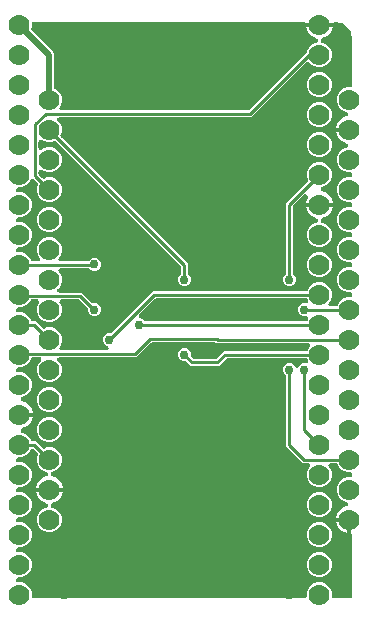
<source format=gbr>
G04 EAGLE Gerber RS-274X export*
G75*
%MOMM*%
%FSLAX34Y34*%
%LPD*%
%INTop Copper*%
%IPPOS*%
%AMOC8*
5,1,8,0,0,1.08239X$1,22.5*%
G01*
G04 Define Apertures*
%ADD10C,1.778000*%
%ADD11C,0.756400*%
%ADD12C,0.508000*%
%ADD13C,0.254000*%
G36*
X87074Y219871D02*
X86282Y219710D01*
X48731Y219710D01*
X48013Y219841D01*
X47329Y220271D01*
X46866Y220935D01*
X46699Y221726D01*
X46853Y222520D01*
X48514Y226529D01*
X48514Y230672D01*
X46929Y234499D01*
X43999Y237429D01*
X40172Y239014D01*
X36029Y239014D01*
X34178Y238247D01*
X33433Y238093D01*
X32638Y238241D01*
X31963Y238688D01*
X26557Y244094D01*
X24172Y244094D01*
X23425Y244237D01*
X22747Y244678D01*
X22295Y245348D01*
X21529Y247199D01*
X18599Y250129D01*
X14772Y251714D01*
X12192Y251714D01*
X11460Y251851D01*
X10778Y252286D01*
X10321Y252953D01*
X10160Y253746D01*
X10160Y254254D01*
X10297Y254987D01*
X10732Y255668D01*
X11399Y256125D01*
X12192Y256286D01*
X14772Y256286D01*
X18599Y257871D01*
X21529Y260801D01*
X21874Y261636D01*
X22292Y262272D01*
X22959Y262729D01*
X23752Y262890D01*
X27469Y262890D01*
X28187Y262759D01*
X28871Y262329D01*
X29334Y261665D01*
X29501Y260874D01*
X29347Y260080D01*
X27686Y256071D01*
X27686Y251929D01*
X29271Y248101D01*
X32201Y245171D01*
X36029Y243586D01*
X40172Y243586D01*
X43999Y245171D01*
X46929Y248101D01*
X48514Y251929D01*
X48514Y256071D01*
X46853Y260080D01*
X46700Y260793D01*
X46835Y261591D01*
X47271Y262272D01*
X47938Y262729D01*
X48731Y262890D01*
X62517Y262890D01*
X63280Y262741D01*
X63954Y262295D01*
X70299Y255950D01*
X70733Y255306D01*
X70894Y254513D01*
X70894Y252945D01*
X71702Y250994D01*
X73194Y249502D01*
X75145Y248694D01*
X77255Y248694D01*
X79206Y249502D01*
X80698Y250994D01*
X81506Y252945D01*
X81506Y255055D01*
X80698Y257006D01*
X79206Y258498D01*
X77255Y259306D01*
X75687Y259306D01*
X74924Y259455D01*
X74250Y259901D01*
X65673Y268478D01*
X46811Y268478D01*
X46109Y268603D01*
X45421Y269028D01*
X44953Y269688D01*
X44780Y270478D01*
X44928Y271273D01*
X45374Y271947D01*
X46929Y273501D01*
X48514Y277329D01*
X48514Y281472D01*
X46929Y285299D01*
X46390Y285837D01*
X45982Y286422D01*
X45796Y287209D01*
X45932Y288007D01*
X46368Y288688D01*
X47035Y289145D01*
X47827Y289306D01*
X70875Y289306D01*
X71637Y289157D01*
X72311Y288711D01*
X73194Y287828D01*
X75145Y287020D01*
X77255Y287020D01*
X79206Y287828D01*
X80698Y289320D01*
X81506Y291271D01*
X81506Y293381D01*
X80698Y295332D01*
X79206Y296824D01*
X77255Y297632D01*
X75145Y297632D01*
X73194Y296824D01*
X71859Y295489D01*
X71215Y295055D01*
X70423Y294894D01*
X47827Y294894D01*
X47125Y295019D01*
X46437Y295444D01*
X45969Y296104D01*
X45796Y296894D01*
X45944Y297689D01*
X46390Y298363D01*
X46929Y298901D01*
X48514Y302729D01*
X48514Y306872D01*
X46929Y310699D01*
X43999Y313629D01*
X40172Y315214D01*
X36029Y315214D01*
X32201Y313629D01*
X29271Y310699D01*
X27686Y306872D01*
X27686Y302729D01*
X29271Y298901D01*
X29810Y298363D01*
X30218Y297778D01*
X30404Y296991D01*
X30268Y296194D01*
X29832Y295512D01*
X29165Y295055D01*
X28373Y294894D01*
X24172Y294894D01*
X23425Y295037D01*
X22747Y295478D01*
X22295Y296148D01*
X21529Y297999D01*
X18599Y300929D01*
X14772Y302514D01*
X12192Y302514D01*
X11460Y302651D01*
X10778Y303086D01*
X10321Y303753D01*
X10160Y304546D01*
X10160Y305054D01*
X10297Y305787D01*
X10732Y306468D01*
X11399Y306925D01*
X12192Y307086D01*
X14772Y307086D01*
X18599Y308671D01*
X21529Y311601D01*
X23114Y315429D01*
X23114Y319572D01*
X21529Y323399D01*
X18599Y326329D01*
X14772Y327914D01*
X12192Y327914D01*
X11460Y328051D01*
X10778Y328486D01*
X10321Y329153D01*
X10160Y329946D01*
X10160Y330454D01*
X10297Y331187D01*
X10732Y331868D01*
X11399Y332325D01*
X12192Y332486D01*
X14772Y332486D01*
X18599Y334071D01*
X21529Y337001D01*
X23114Y340829D01*
X23114Y344972D01*
X21529Y348799D01*
X18599Y351729D01*
X14772Y353314D01*
X12192Y353314D01*
X11460Y353451D01*
X10778Y353886D01*
X10321Y354553D01*
X10160Y355346D01*
X10160Y355854D01*
X10297Y356587D01*
X10732Y357268D01*
X11399Y357725D01*
X12192Y357886D01*
X14772Y357886D01*
X18599Y359471D01*
X21529Y362401D01*
X22069Y363706D01*
X22465Y364319D01*
X23124Y364787D01*
X23914Y364960D01*
X24709Y364812D01*
X25383Y364365D01*
X28012Y361737D01*
X28440Y361107D01*
X28607Y360316D01*
X28453Y359522D01*
X27686Y357671D01*
X27686Y353529D01*
X29271Y349701D01*
X32201Y346771D01*
X36029Y345186D01*
X40172Y345186D01*
X43999Y346771D01*
X46929Y349701D01*
X48514Y353529D01*
X48514Y357672D01*
X46929Y361499D01*
X43999Y364429D01*
X40172Y366014D01*
X36029Y366014D01*
X34178Y365247D01*
X33433Y365093D01*
X32638Y365241D01*
X31963Y365688D01*
X29551Y368100D01*
X29117Y368744D01*
X28956Y369537D01*
X28956Y370511D01*
X29081Y371213D01*
X29506Y371901D01*
X30166Y372369D01*
X30956Y372542D01*
X31751Y372394D01*
X31897Y372298D01*
X36029Y370586D01*
X40172Y370586D01*
X43999Y372171D01*
X46929Y375101D01*
X48514Y378929D01*
X48514Y383072D01*
X46929Y386899D01*
X43999Y389829D01*
X40172Y391414D01*
X36029Y391414D01*
X31962Y389730D01*
X31840Y389644D01*
X31053Y389458D01*
X30256Y389594D01*
X29574Y390030D01*
X29117Y390697D01*
X28956Y391489D01*
X28956Y395911D01*
X29081Y396613D01*
X29506Y397301D01*
X30166Y397769D01*
X30956Y397942D01*
X31751Y397794D01*
X31897Y397698D01*
X36029Y395986D01*
X40171Y395986D01*
X42022Y396753D01*
X42767Y396907D01*
X43562Y396759D01*
X44237Y396312D01*
X149011Y291538D01*
X149445Y290894D01*
X149606Y290101D01*
X149606Y284952D01*
X149457Y284189D01*
X149011Y283515D01*
X147902Y282406D01*
X147094Y280455D01*
X147094Y278345D01*
X147902Y276394D01*
X149394Y274902D01*
X151345Y274094D01*
X153455Y274094D01*
X155406Y274902D01*
X156898Y276394D01*
X157706Y278345D01*
X157706Y280455D01*
X156898Y282406D01*
X155789Y283515D01*
X155355Y284159D01*
X155194Y284952D01*
X155194Y293257D01*
X48188Y400263D01*
X47760Y400893D01*
X47593Y401684D01*
X47747Y402478D01*
X48514Y404329D01*
X48514Y408472D01*
X46929Y412299D01*
X45374Y413853D01*
X44966Y414438D01*
X44780Y415225D01*
X44916Y416023D01*
X45352Y416704D01*
X46019Y417161D01*
X46811Y417322D01*
X209197Y417322D01*
X255437Y463562D01*
X256051Y463983D01*
X256841Y464157D01*
X257636Y464008D01*
X258311Y463562D01*
X260801Y461071D01*
X264629Y459486D01*
X268772Y459486D01*
X272599Y461071D01*
X275529Y464001D01*
X277114Y467829D01*
X277114Y471972D01*
X275529Y475799D01*
X272599Y478729D01*
X269112Y480173D01*
X268511Y480557D01*
X268038Y481213D01*
X267859Y482002D01*
X268000Y482798D01*
X268442Y483476D01*
X269112Y483927D01*
X273175Y485610D01*
X276390Y488825D01*
X278130Y493026D01*
X278130Y493776D01*
X255270Y493776D01*
X255270Y493026D01*
X257010Y488825D01*
X260225Y485610D01*
X264288Y483927D01*
X264889Y483543D01*
X265362Y482887D01*
X265542Y482099D01*
X265400Y481303D01*
X264958Y480625D01*
X264288Y480173D01*
X260801Y478729D01*
X257871Y475799D01*
X256683Y472929D01*
X256242Y472270D01*
X207478Y423505D01*
X206833Y423071D01*
X206041Y422910D01*
X48731Y422910D01*
X48013Y423041D01*
X47329Y423471D01*
X46866Y424135D01*
X46699Y424926D01*
X46853Y425720D01*
X48514Y429729D01*
X48514Y433872D01*
X46929Y437699D01*
X43999Y440629D01*
X43418Y440869D01*
X42782Y441287D01*
X42325Y441954D01*
X42164Y442746D01*
X42164Y470708D01*
X41545Y472202D01*
X23314Y490433D01*
X22886Y491063D01*
X22719Y491854D01*
X22873Y492648D01*
X23114Y493229D01*
X23114Y495808D01*
X23251Y496541D01*
X23686Y497222D01*
X24353Y497679D01*
X25146Y497840D01*
X253238Y497840D01*
X253971Y497703D01*
X254652Y497268D01*
X254956Y496824D01*
X278522Y496824D01*
X279006Y497328D01*
X279750Y497646D01*
X280558Y497649D01*
X284851Y496796D01*
X285583Y496492D01*
X289868Y493629D01*
X290429Y493068D01*
X293292Y488783D01*
X293596Y488051D01*
X294601Y482996D01*
X294640Y482600D01*
X294640Y444246D01*
X294503Y443514D01*
X294068Y442832D01*
X293401Y442375D01*
X292608Y442214D01*
X290029Y442214D01*
X286201Y440629D01*
X283271Y437699D01*
X281686Y433872D01*
X281686Y429729D01*
X283271Y425901D01*
X286201Y422971D01*
X289688Y421527D01*
X290289Y421143D01*
X290762Y420487D01*
X290942Y419698D01*
X290800Y418902D01*
X290358Y418225D01*
X289688Y417773D01*
X285625Y416090D01*
X282410Y412875D01*
X280670Y408674D01*
X280670Y407924D01*
X293624Y407924D01*
X293624Y404876D01*
X280670Y404876D01*
X280670Y404126D01*
X282410Y399925D01*
X285625Y396710D01*
X289688Y395027D01*
X290289Y394643D01*
X290762Y393987D01*
X290942Y393199D01*
X290800Y392403D01*
X290358Y391725D01*
X289688Y391273D01*
X286201Y389829D01*
X283271Y386899D01*
X281686Y383072D01*
X281686Y378929D01*
X283271Y375101D01*
X286201Y372171D01*
X290029Y370586D01*
X292608Y370586D01*
X293341Y370449D01*
X294022Y370014D01*
X294479Y369347D01*
X294640Y368554D01*
X294640Y368046D01*
X294503Y367314D01*
X294068Y366632D01*
X293401Y366175D01*
X292608Y366014D01*
X290029Y366014D01*
X286201Y364429D01*
X283271Y361499D01*
X281686Y357672D01*
X281686Y353529D01*
X283271Y349701D01*
X286201Y346771D01*
X290029Y345186D01*
X292608Y345186D01*
X293341Y345049D01*
X294022Y344614D01*
X294479Y343947D01*
X294640Y343154D01*
X294640Y342646D01*
X294503Y341914D01*
X294068Y341232D01*
X293401Y340775D01*
X292608Y340614D01*
X290029Y340614D01*
X286201Y339029D01*
X283271Y336099D01*
X281686Y332272D01*
X281686Y328129D01*
X283271Y324301D01*
X286201Y321371D01*
X290029Y319786D01*
X292608Y319786D01*
X293341Y319649D01*
X294022Y319214D01*
X294479Y318547D01*
X294640Y317754D01*
X294640Y317246D01*
X294503Y316514D01*
X294068Y315832D01*
X293401Y315375D01*
X292608Y315214D01*
X290029Y315214D01*
X286201Y313629D01*
X283271Y310699D01*
X281686Y306872D01*
X281686Y302729D01*
X283271Y298901D01*
X286201Y295971D01*
X290029Y294386D01*
X292608Y294386D01*
X293341Y294249D01*
X294022Y293814D01*
X294479Y293147D01*
X294640Y292354D01*
X294640Y291846D01*
X294503Y291114D01*
X294068Y290432D01*
X293401Y289975D01*
X292608Y289814D01*
X290029Y289814D01*
X286201Y288229D01*
X283271Y285299D01*
X281686Y281472D01*
X281686Y277329D01*
X283271Y273501D01*
X286201Y270571D01*
X290029Y268986D01*
X292608Y268986D01*
X293341Y268849D01*
X294022Y268414D01*
X294479Y267747D01*
X294640Y266954D01*
X294640Y266446D01*
X294503Y265714D01*
X294068Y265032D01*
X293401Y264575D01*
X292608Y264414D01*
X290029Y264414D01*
X286201Y262829D01*
X283271Y259899D01*
X282505Y258048D01*
X282087Y257412D01*
X281420Y256955D01*
X280628Y256794D01*
X276427Y256794D01*
X275725Y256919D01*
X275037Y257344D01*
X274569Y258004D01*
X274396Y258794D01*
X274544Y259589D01*
X274990Y260263D01*
X275529Y260801D01*
X277114Y264629D01*
X277114Y268772D01*
X275529Y272599D01*
X272599Y275529D01*
X268772Y277114D01*
X264629Y277114D01*
X260801Y275529D01*
X257871Y272599D01*
X257105Y270748D01*
X256687Y270112D01*
X256020Y269655D01*
X255228Y269494D01*
X125843Y269494D01*
X90850Y234501D01*
X90206Y234067D01*
X89413Y233906D01*
X87845Y233906D01*
X85894Y233098D01*
X84402Y231606D01*
X83594Y229655D01*
X83594Y227545D01*
X84402Y225594D01*
X85894Y224102D01*
X87059Y223619D01*
X87648Y223246D01*
X88126Y222594D01*
X88313Y221807D01*
X88177Y221010D01*
X87741Y220328D01*
X87074Y219871D01*
G37*
%LPC*%
G36*
X264629Y434086D02*
X268772Y434086D01*
X272599Y435671D01*
X275529Y438601D01*
X277114Y442429D01*
X277114Y446572D01*
X275529Y450399D01*
X272599Y453329D01*
X268772Y454914D01*
X264629Y454914D01*
X260801Y453329D01*
X257871Y450399D01*
X256286Y446572D01*
X256286Y442429D01*
X257871Y438601D01*
X260801Y435671D01*
X264629Y434086D01*
G37*
G36*
X264629Y408686D02*
X268772Y408686D01*
X272599Y410271D01*
X275529Y413201D01*
X277114Y417029D01*
X277114Y421172D01*
X275529Y424999D01*
X272599Y427929D01*
X268772Y429514D01*
X264629Y429514D01*
X260801Y427929D01*
X257871Y424999D01*
X256286Y421172D01*
X256286Y417029D01*
X257871Y413201D01*
X260801Y410271D01*
X264629Y408686D01*
G37*
G36*
X264629Y383286D02*
X268772Y383286D01*
X272599Y384871D01*
X275529Y387801D01*
X277114Y391629D01*
X277114Y395772D01*
X275529Y399599D01*
X272599Y402529D01*
X268772Y404114D01*
X264629Y404114D01*
X260801Y402529D01*
X257871Y399599D01*
X256286Y395772D01*
X256286Y391629D01*
X257871Y387801D01*
X260801Y384871D01*
X264629Y383286D01*
G37*
G36*
X240245Y274094D02*
X242355Y274094D01*
X244306Y274902D01*
X245798Y276394D01*
X246606Y278345D01*
X246606Y280455D01*
X245798Y282406D01*
X244689Y283515D01*
X244255Y284159D01*
X244094Y284952D01*
X244094Y340901D01*
X244243Y341664D01*
X244689Y342338D01*
X253523Y351172D01*
X254094Y351573D01*
X254879Y351765D01*
X255677Y351636D01*
X256362Y351206D01*
X256825Y350542D01*
X256992Y349751D01*
X256837Y348957D01*
X255270Y345174D01*
X255270Y344424D01*
X278130Y344424D01*
X278130Y345174D01*
X276390Y349375D01*
X273175Y352590D01*
X269112Y354273D01*
X268511Y354657D01*
X268038Y355313D01*
X267859Y356101D01*
X268000Y356897D01*
X268442Y357575D01*
X269112Y358027D01*
X272599Y359471D01*
X275529Y362401D01*
X277114Y366229D01*
X277114Y370372D01*
X275529Y374199D01*
X272599Y377129D01*
X268772Y378714D01*
X264629Y378714D01*
X260801Y377129D01*
X257871Y374199D01*
X256286Y370372D01*
X256286Y366229D01*
X257053Y364378D01*
X257207Y363633D01*
X257059Y362838D01*
X256612Y362163D01*
X238506Y344057D01*
X238506Y284952D01*
X238357Y284189D01*
X237911Y283515D01*
X236802Y282406D01*
X235994Y280455D01*
X235994Y278345D01*
X236802Y276394D01*
X238294Y274902D01*
X240245Y274094D01*
G37*
G36*
X264629Y307086D02*
X268772Y307086D01*
X272599Y308671D01*
X275529Y311601D01*
X277114Y315429D01*
X277114Y319572D01*
X275529Y323399D01*
X272599Y326329D01*
X269112Y327773D01*
X268511Y328157D01*
X268038Y328813D01*
X267859Y329602D01*
X268000Y330398D01*
X268442Y331076D01*
X269112Y331527D01*
X273175Y333210D01*
X276390Y336425D01*
X278130Y340626D01*
X278130Y341376D01*
X255270Y341376D01*
X255270Y340626D01*
X257010Y336425D01*
X260225Y333210D01*
X264288Y331527D01*
X264889Y331143D01*
X265362Y330487D01*
X265542Y329699D01*
X265400Y328903D01*
X264958Y328225D01*
X264288Y327773D01*
X260801Y326329D01*
X257871Y323399D01*
X256286Y319572D01*
X256286Y315429D01*
X257871Y311601D01*
X260801Y308671D01*
X264629Y307086D01*
G37*
G36*
X36029Y319786D02*
X40172Y319786D01*
X43999Y321371D01*
X46929Y324301D01*
X48514Y328129D01*
X48514Y332272D01*
X46929Y336099D01*
X43999Y339029D01*
X40172Y340614D01*
X36029Y340614D01*
X32201Y339029D01*
X29271Y336099D01*
X27686Y332272D01*
X27686Y328129D01*
X29271Y324301D01*
X32201Y321371D01*
X36029Y319786D01*
G37*
G36*
X264629Y281686D02*
X268772Y281686D01*
X272599Y283271D01*
X275529Y286201D01*
X277114Y290029D01*
X277114Y294172D01*
X275529Y297999D01*
X272599Y300929D01*
X268772Y302514D01*
X264629Y302514D01*
X260801Y300929D01*
X257871Y297999D01*
X256286Y294172D01*
X256286Y290029D01*
X257871Y286201D01*
X260801Y283271D01*
X264629Y281686D01*
G37*
%LPD*%
G36*
X256020Y244255D02*
X255228Y244094D01*
X119852Y244094D01*
X119089Y244243D01*
X118415Y244689D01*
X117306Y245798D01*
X114984Y246760D01*
X114372Y247155D01*
X113904Y247815D01*
X113730Y248605D01*
X113879Y249400D01*
X114325Y250074D01*
X127562Y263311D01*
X128206Y263745D01*
X128999Y263906D01*
X255228Y263906D01*
X255975Y263764D01*
X256653Y263322D01*
X257105Y262652D01*
X257327Y262116D01*
X257481Y261403D01*
X257345Y260606D01*
X256909Y259924D01*
X256242Y259467D01*
X255450Y259306D01*
X252945Y259306D01*
X250994Y258498D01*
X249502Y257006D01*
X248694Y255055D01*
X248694Y252945D01*
X249502Y250994D01*
X250994Y249502D01*
X252945Y248694D01*
X255450Y248694D01*
X256167Y248563D01*
X256852Y248133D01*
X257314Y247469D01*
X257482Y246678D01*
X257327Y245884D01*
X257105Y245348D01*
X256687Y244712D01*
X256020Y244255D01*
G37*
G36*
X255047Y10321D02*
X254254Y10160D01*
X25146Y10160D01*
X24414Y10297D01*
X23732Y10732D01*
X23275Y11399D01*
X23114Y12192D01*
X23114Y14772D01*
X21529Y18599D01*
X18599Y21529D01*
X14772Y23114D01*
X12192Y23114D01*
X11460Y23251D01*
X10778Y23686D01*
X10321Y24353D01*
X10160Y25146D01*
X10160Y25654D01*
X10297Y26387D01*
X10732Y27068D01*
X11399Y27525D01*
X12192Y27686D01*
X14772Y27686D01*
X18599Y29271D01*
X21529Y32201D01*
X23114Y36029D01*
X23114Y40172D01*
X21529Y43999D01*
X18599Y46929D01*
X14772Y48514D01*
X12192Y48514D01*
X11460Y48651D01*
X10778Y49086D01*
X10321Y49753D01*
X10160Y50546D01*
X10160Y51054D01*
X10297Y51787D01*
X10732Y52468D01*
X11399Y52925D01*
X12192Y53086D01*
X14772Y53086D01*
X18599Y54671D01*
X21529Y57601D01*
X23114Y61429D01*
X23114Y65572D01*
X21529Y69399D01*
X18599Y72329D01*
X14772Y73914D01*
X12192Y73914D01*
X11460Y74051D01*
X10778Y74486D01*
X10321Y75153D01*
X10160Y75946D01*
X10160Y76454D01*
X10297Y77187D01*
X10732Y77868D01*
X11399Y78325D01*
X12192Y78486D01*
X14772Y78486D01*
X18599Y80071D01*
X21529Y83001D01*
X23114Y86829D01*
X23114Y90972D01*
X21529Y94799D01*
X18599Y97729D01*
X14772Y99314D01*
X12192Y99314D01*
X11460Y99451D01*
X10778Y99886D01*
X10321Y100553D01*
X10160Y101346D01*
X10160Y101854D01*
X10297Y102587D01*
X10732Y103268D01*
X11399Y103725D01*
X12192Y103886D01*
X14772Y103886D01*
X18599Y105471D01*
X21529Y108401D01*
X23114Y112229D01*
X23114Y116372D01*
X21529Y120199D01*
X18599Y123129D01*
X14772Y124714D01*
X12192Y124714D01*
X11460Y124851D01*
X10778Y125286D01*
X10321Y125953D01*
X10160Y126746D01*
X10160Y127254D01*
X10297Y127987D01*
X10732Y128668D01*
X11399Y129125D01*
X12192Y129286D01*
X14772Y129286D01*
X18599Y130871D01*
X21529Y133801D01*
X22069Y135106D01*
X22465Y135719D01*
X23124Y136187D01*
X23914Y136360D01*
X24709Y136212D01*
X25383Y135765D01*
X28012Y133137D01*
X28440Y132507D01*
X28607Y131716D01*
X28453Y130922D01*
X27686Y129071D01*
X27686Y124929D01*
X29271Y121101D01*
X32201Y118171D01*
X35688Y116727D01*
X36289Y116343D01*
X36762Y115687D01*
X36942Y114898D01*
X36800Y114102D01*
X36358Y113425D01*
X35688Y112973D01*
X31625Y111290D01*
X28410Y108075D01*
X26670Y103874D01*
X26670Y103124D01*
X49530Y103124D01*
X49530Y103874D01*
X47790Y108075D01*
X44575Y111290D01*
X40512Y112973D01*
X39911Y113357D01*
X39438Y114013D01*
X39259Y114801D01*
X39400Y115597D01*
X39842Y116275D01*
X40512Y116727D01*
X43999Y118171D01*
X46929Y121101D01*
X48514Y124929D01*
X48514Y129072D01*
X46929Y132899D01*
X43999Y135829D01*
X40172Y137414D01*
X36029Y137414D01*
X34178Y136647D01*
X33433Y136493D01*
X32638Y136641D01*
X31963Y137088D01*
X26557Y142494D01*
X24172Y142494D01*
X23425Y142637D01*
X22747Y143078D01*
X22295Y143748D01*
X21529Y145599D01*
X18599Y148529D01*
X15112Y149973D01*
X14511Y150357D01*
X14038Y151013D01*
X13859Y151802D01*
X14000Y152598D01*
X14442Y153276D01*
X15112Y153727D01*
X19175Y155410D01*
X22390Y158625D01*
X24130Y162826D01*
X24130Y163576D01*
X11176Y163576D01*
X11176Y166624D01*
X24130Y166624D01*
X24130Y167374D01*
X22390Y171575D01*
X19175Y174790D01*
X15112Y176473D01*
X14511Y176857D01*
X14038Y177513D01*
X13859Y178301D01*
X14000Y179097D01*
X14442Y179775D01*
X15112Y180227D01*
X18599Y181671D01*
X21529Y184601D01*
X23114Y188429D01*
X23114Y192572D01*
X21529Y196399D01*
X18599Y199329D01*
X14772Y200914D01*
X12192Y200914D01*
X11460Y201051D01*
X10778Y201486D01*
X10321Y202153D01*
X10160Y202946D01*
X10160Y203454D01*
X10297Y204187D01*
X10732Y204868D01*
X11399Y205325D01*
X12192Y205486D01*
X14772Y205486D01*
X18599Y207071D01*
X21529Y210001D01*
X22716Y212868D01*
X23134Y213504D01*
X23801Y213961D01*
X24593Y214122D01*
X29389Y214122D01*
X30091Y213997D01*
X30779Y213572D01*
X31247Y212912D01*
X31420Y212122D01*
X31272Y211327D01*
X30826Y210653D01*
X29271Y209099D01*
X27686Y205272D01*
X27686Y201129D01*
X29271Y197301D01*
X32201Y194371D01*
X36029Y192786D01*
X40172Y192786D01*
X43999Y194371D01*
X46929Y197301D01*
X48514Y201129D01*
X48514Y205272D01*
X46929Y209099D01*
X45374Y210653D01*
X44966Y211238D01*
X44780Y212025D01*
X44916Y212823D01*
X45352Y213504D01*
X46019Y213961D01*
X46811Y214122D01*
X112061Y214122D01*
X123602Y225663D01*
X124246Y226097D01*
X125038Y226258D01*
X178525Y226258D01*
X179288Y226109D01*
X179746Y225806D01*
X256973Y225806D01*
X257675Y225681D01*
X258363Y225256D01*
X258831Y224596D01*
X259004Y223806D01*
X258856Y223011D01*
X258410Y222337D01*
X257871Y221799D01*
X257105Y219948D01*
X256687Y219312D01*
X256020Y218855D01*
X255228Y218694D01*
X185943Y218694D01*
X179962Y212713D01*
X179317Y212279D01*
X178525Y212118D01*
X160975Y212118D01*
X160212Y212267D01*
X159538Y212713D01*
X158301Y213950D01*
X157867Y214594D01*
X157706Y215387D01*
X157706Y216955D01*
X156898Y218906D01*
X155406Y220398D01*
X153455Y221206D01*
X151345Y221206D01*
X149394Y220398D01*
X147902Y218906D01*
X147094Y216955D01*
X147094Y214845D01*
X147902Y212894D01*
X149394Y211402D01*
X151345Y210594D01*
X152913Y210594D01*
X153676Y210445D01*
X154350Y209999D01*
X157819Y206530D01*
X181681Y206530D01*
X187662Y212511D01*
X188306Y212945D01*
X189099Y213106D01*
X255228Y213106D01*
X255975Y212964D01*
X256653Y212522D01*
X257105Y211852D01*
X257327Y211316D01*
X257481Y210603D01*
X257345Y209806D01*
X256909Y209124D01*
X256242Y208667D01*
X255450Y208506D01*
X252945Y208506D01*
X250994Y207698D01*
X249463Y206167D01*
X249143Y205666D01*
X248487Y205193D01*
X247699Y205013D01*
X246902Y205155D01*
X246225Y205597D01*
X245847Y206156D01*
X244306Y207698D01*
X242355Y208506D01*
X240245Y208506D01*
X238294Y207698D01*
X236802Y206206D01*
X235994Y204255D01*
X235994Y202145D01*
X236802Y200194D01*
X237911Y199085D01*
X238345Y198441D01*
X238506Y197649D01*
X238506Y138543D01*
X252843Y124206D01*
X256973Y124206D01*
X257675Y124081D01*
X258363Y123656D01*
X258831Y122996D01*
X259004Y122206D01*
X258856Y121411D01*
X258410Y120737D01*
X257871Y120199D01*
X256286Y116372D01*
X256286Y112229D01*
X257871Y108401D01*
X260801Y105471D01*
X264629Y103886D01*
X268772Y103886D01*
X272599Y105471D01*
X275529Y108401D01*
X277114Y112229D01*
X277114Y116372D01*
X275529Y120199D01*
X274990Y120737D01*
X274582Y121322D01*
X274396Y122109D01*
X274532Y122907D01*
X274968Y123588D01*
X275635Y124045D01*
X276427Y124206D01*
X280628Y124206D01*
X281375Y124063D01*
X282053Y123622D01*
X282505Y122952D01*
X283271Y121101D01*
X286201Y118171D01*
X290029Y116586D01*
X292608Y116586D01*
X293341Y116449D01*
X294022Y116014D01*
X294479Y115347D01*
X294640Y114554D01*
X294640Y114046D01*
X294503Y113314D01*
X294068Y112632D01*
X293401Y112175D01*
X292608Y112014D01*
X290029Y112014D01*
X286201Y110429D01*
X283271Y107499D01*
X281686Y103672D01*
X281686Y99529D01*
X283271Y95701D01*
X286201Y92771D01*
X289688Y91327D01*
X290289Y90943D01*
X290762Y90287D01*
X290942Y89498D01*
X290800Y88702D01*
X290358Y88025D01*
X289688Y87573D01*
X285625Y85890D01*
X282410Y82675D01*
X280670Y78474D01*
X280670Y77724D01*
X293624Y77724D01*
X293624Y64452D01*
X294022Y64198D01*
X294479Y63531D01*
X294640Y62738D01*
X294640Y12192D01*
X294503Y11460D01*
X294068Y10778D01*
X293401Y10321D01*
X292608Y10160D01*
X279146Y10160D01*
X278414Y10297D01*
X277732Y10732D01*
X277275Y11399D01*
X277114Y12192D01*
X277114Y14772D01*
X275529Y18599D01*
X272599Y21529D01*
X268772Y23114D01*
X264629Y23114D01*
X260801Y21529D01*
X257871Y18599D01*
X256286Y14772D01*
X256286Y12192D01*
X256149Y11460D01*
X255714Y10778D01*
X255047Y10321D01*
G37*
%LPC*%
G36*
X36029Y167386D02*
X40172Y167386D01*
X43999Y168971D01*
X46929Y171901D01*
X48514Y175729D01*
X48514Y179872D01*
X46929Y183699D01*
X43999Y186629D01*
X40172Y188214D01*
X36029Y188214D01*
X32201Y186629D01*
X29271Y183699D01*
X27686Y179872D01*
X27686Y175729D01*
X29271Y171901D01*
X32201Y168971D01*
X36029Y167386D01*
G37*
G36*
X36029Y141986D02*
X40172Y141986D01*
X43999Y143571D01*
X46929Y146501D01*
X48514Y150329D01*
X48514Y154472D01*
X46929Y158299D01*
X43999Y161229D01*
X40172Y162814D01*
X36029Y162814D01*
X32201Y161229D01*
X29271Y158299D01*
X27686Y154472D01*
X27686Y150329D01*
X29271Y146501D01*
X32201Y143571D01*
X36029Y141986D01*
G37*
G36*
X36029Y65786D02*
X40172Y65786D01*
X43999Y67371D01*
X46929Y70301D01*
X48514Y74129D01*
X48514Y78272D01*
X46929Y82099D01*
X43999Y85029D01*
X40512Y86473D01*
X39911Y86857D01*
X39438Y87513D01*
X39259Y88302D01*
X39400Y89098D01*
X39842Y89776D01*
X40512Y90227D01*
X44575Y91910D01*
X47790Y95125D01*
X49530Y99326D01*
X49530Y100076D01*
X26670Y100076D01*
X26670Y99326D01*
X28410Y95125D01*
X31625Y91910D01*
X35688Y90227D01*
X36289Y89843D01*
X36762Y89187D01*
X36942Y88399D01*
X36800Y87603D01*
X36358Y86925D01*
X35688Y86473D01*
X32201Y85029D01*
X29271Y82099D01*
X27686Y78272D01*
X27686Y74129D01*
X29271Y70301D01*
X32201Y67371D01*
X36029Y65786D01*
G37*
G36*
X264629Y78486D02*
X268772Y78486D01*
X272599Y80071D01*
X275529Y83001D01*
X277114Y86829D01*
X277114Y90972D01*
X275529Y94799D01*
X272599Y97729D01*
X268772Y99314D01*
X264629Y99314D01*
X260801Y97729D01*
X257871Y94799D01*
X256286Y90972D01*
X256286Y86829D01*
X257871Y83001D01*
X260801Y80071D01*
X264629Y78486D01*
G37*
G36*
X289826Y64770D02*
X290576Y64770D01*
X290576Y74676D01*
X280670Y74676D01*
X280670Y73926D01*
X282410Y69725D01*
X285625Y66510D01*
X289826Y64770D01*
G37*
G36*
X264629Y53086D02*
X268772Y53086D01*
X272599Y54671D01*
X275529Y57601D01*
X277114Y61429D01*
X277114Y65572D01*
X275529Y69399D01*
X272599Y72329D01*
X268772Y73914D01*
X264629Y73914D01*
X260801Y72329D01*
X257871Y69399D01*
X256286Y65572D01*
X256286Y61429D01*
X257871Y57601D01*
X260801Y54671D01*
X264629Y53086D01*
G37*
G36*
X264629Y27686D02*
X268772Y27686D01*
X272599Y29271D01*
X275529Y32201D01*
X277114Y36029D01*
X277114Y40172D01*
X275529Y43999D01*
X272599Y46929D01*
X268772Y48514D01*
X264629Y48514D01*
X260801Y46929D01*
X257871Y43999D01*
X256286Y40172D01*
X256286Y36029D01*
X257871Y32201D01*
X260801Y29271D01*
X264629Y27686D01*
G37*
%LPD*%
D10*
X38100Y431800D03*
X38100Y406400D03*
X38100Y381000D03*
X38100Y355600D03*
X38100Y330200D03*
X38100Y304800D03*
X38100Y279400D03*
X38100Y254000D03*
X38100Y228600D03*
X38100Y203200D03*
X38100Y177800D03*
X38100Y152400D03*
X38100Y127000D03*
X38100Y101600D03*
X38100Y76200D03*
X292100Y431800D03*
X292100Y406400D03*
X292100Y381000D03*
X292100Y355600D03*
X292100Y330200D03*
X292100Y304800D03*
X292100Y279400D03*
X292100Y254000D03*
X292100Y228600D03*
X292100Y203200D03*
X292100Y177800D03*
X292100Y152400D03*
X292100Y127000D03*
X292100Y101600D03*
X292100Y76200D03*
X12700Y495300D03*
X12700Y469900D03*
X12700Y444500D03*
X12700Y419100D03*
X12700Y393700D03*
X12700Y368300D03*
X12700Y342900D03*
X12700Y317500D03*
X12700Y292100D03*
X12700Y266700D03*
X12700Y241300D03*
X12700Y215900D03*
X12700Y190500D03*
X12700Y165100D03*
X12700Y139700D03*
X12700Y114300D03*
X12700Y88900D03*
X12700Y63500D03*
X12700Y38100D03*
X12700Y12700D03*
X266700Y495300D03*
X266700Y469900D03*
X266700Y444500D03*
X266700Y419100D03*
X266700Y393700D03*
X266700Y368300D03*
X266700Y342900D03*
X266700Y317500D03*
X266700Y292100D03*
X266700Y266700D03*
X266700Y241300D03*
X266700Y215900D03*
X266700Y190500D03*
X266700Y165100D03*
X266700Y139700D03*
X266700Y114300D03*
X266700Y88900D03*
X266700Y63500D03*
X266700Y38100D03*
X266700Y12700D03*
D11*
X63500Y190500D03*
X50800Y12700D03*
X241300Y12700D03*
X50800Y482600D03*
X241300Y482600D03*
X139700Y368300D03*
X63500Y76200D03*
X228600Y139700D03*
X228600Y76200D03*
X139700Y254000D03*
X228600Y254000D03*
X63500Y317500D03*
X241300Y393700D03*
X228600Y317500D03*
X177800Y215900D03*
X190500Y203200D03*
X63500Y241300D03*
X63500Y355600D03*
X88900Y266700D03*
D12*
X38100Y469900D02*
X12700Y495300D01*
X38100Y469900D02*
X38100Y431800D01*
D13*
X127000Y266700D02*
X88900Y228600D01*
D11*
X88900Y228600D03*
D13*
X127000Y266700D02*
X266700Y266700D01*
X152400Y279400D02*
X152400Y292100D01*
X38100Y406400D01*
D11*
X152400Y279400D03*
D13*
X38100Y355600D02*
X26162Y367538D01*
X35292Y420116D02*
X208040Y420116D01*
X35292Y420116D02*
X26162Y410986D01*
X26162Y367538D01*
X208040Y420116D02*
X255912Y467988D01*
X257824Y469900D02*
X266700Y469900D01*
X257824Y469900D02*
X255912Y467988D01*
X254000Y152400D02*
X266700Y139700D01*
X254000Y152400D02*
X254000Y203200D01*
D11*
X254000Y203200D03*
X254000Y254000D03*
D13*
X292100Y254000D01*
X241300Y342900D02*
X266700Y368300D01*
X241300Y342900D02*
X241300Y279400D01*
D11*
X241300Y279400D03*
X241300Y203200D03*
D13*
X254000Y127000D02*
X292100Y127000D01*
X241300Y139700D02*
X241300Y203200D01*
X241300Y139700D02*
X254000Y127000D01*
D11*
X114300Y241300D03*
D13*
X266700Y241300D01*
D11*
X152400Y215900D03*
D13*
X158976Y209324D02*
X180524Y209324D01*
X158976Y209324D02*
X152400Y215900D01*
X187100Y215900D02*
X266700Y215900D01*
X187100Y215900D02*
X180524Y209324D01*
X25400Y139700D02*
X12700Y139700D01*
X25400Y139700D02*
X38100Y127000D01*
X12700Y215900D02*
X13716Y216916D01*
X110903Y216916D01*
X180524Y229052D02*
X180976Y228600D01*
X123039Y229052D02*
X110903Y216916D01*
X123039Y229052D02*
X180524Y229052D01*
X180976Y228600D02*
X292100Y228600D01*
X13716Y265684D02*
X12700Y266700D01*
X13716Y265684D02*
X64516Y265684D01*
D11*
X76200Y254000D03*
D13*
X64516Y265684D01*
D11*
X76200Y292326D03*
D13*
X75974Y292100D02*
X12700Y292100D01*
X75974Y292100D02*
X76200Y292326D01*
X25400Y241300D02*
X12700Y241300D01*
X25400Y241300D02*
X38100Y228600D01*
M02*

</source>
